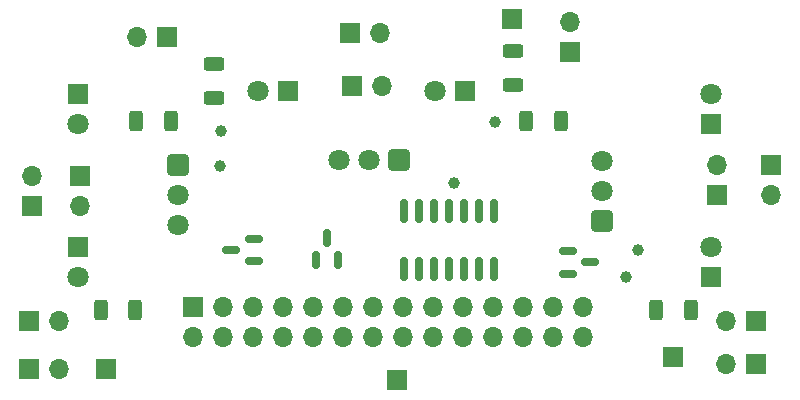
<source format=gbr>
%TF.GenerationSoftware,KiCad,Pcbnew,8.0.0*%
%TF.CreationDate,2024-03-23T03:09:38+02:00*%
%TF.ProjectId,sensor,73656e73-6f72-42e6-9b69-6361645f7063,rev?*%
%TF.SameCoordinates,Original*%
%TF.FileFunction,Soldermask,Top*%
%TF.FilePolarity,Negative*%
%FSLAX46Y46*%
G04 Gerber Fmt 4.6, Leading zero omitted, Abs format (unit mm)*
G04 Created by KiCad (PCBNEW 8.0.0) date 2024-03-23 03:09:38*
%MOMM*%
%LPD*%
G01*
G04 APERTURE LIST*
G04 Aperture macros list*
%AMRoundRect*
0 Rectangle with rounded corners*
0 $1 Rounding radius*
0 $2 $3 $4 $5 $6 $7 $8 $9 X,Y pos of 4 corners*
0 Add a 4 corners polygon primitive as box body*
4,1,4,$2,$3,$4,$5,$6,$7,$8,$9,$2,$3,0*
0 Add four circle primitives for the rounded corners*
1,1,$1+$1,$2,$3*
1,1,$1+$1,$4,$5*
1,1,$1+$1,$6,$7*
1,1,$1+$1,$8,$9*
0 Add four rect primitives between the rounded corners*
20,1,$1+$1,$2,$3,$4,$5,0*
20,1,$1+$1,$4,$5,$6,$7,0*
20,1,$1+$1,$6,$7,$8,$9,0*
20,1,$1+$1,$8,$9,$2,$3,0*%
G04 Aperture macros list end*
%ADD10R,1.700000X1.700000*%
%ADD11O,1.700000X1.700000*%
%ADD12R,1.800000X1.800000*%
%ADD13C,1.800000*%
%ADD14RoundRect,0.250200X-0.649800X0.649800X-0.649800X-0.649800X0.649800X-0.649800X0.649800X0.649800X0*%
%ADD15RoundRect,0.250200X0.649800X-0.649800X0.649800X0.649800X-0.649800X0.649800X-0.649800X-0.649800X0*%
%ADD16RoundRect,0.150000X0.150000X-0.587500X0.150000X0.587500X-0.150000X0.587500X-0.150000X-0.587500X0*%
%ADD17C,1.000000*%
%ADD18RoundRect,0.250000X0.312500X0.625000X-0.312500X0.625000X-0.312500X-0.625000X0.312500X-0.625000X0*%
%ADD19RoundRect,0.150000X-0.587500X-0.150000X0.587500X-0.150000X0.587500X0.150000X-0.587500X0.150000X0*%
%ADD20RoundRect,0.250000X0.625000X-0.312500X0.625000X0.312500X-0.625000X0.312500X-0.625000X-0.312500X0*%
%ADD21RoundRect,0.250200X0.649800X0.649800X-0.649800X0.649800X-0.649800X-0.649800X0.649800X-0.649800X0*%
%ADD22RoundRect,0.250000X-0.312500X-0.625000X0.312500X-0.625000X0.312500X0.625000X-0.312500X0.625000X0*%
%ADD23RoundRect,0.150000X0.587500X0.150000X-0.587500X0.150000X-0.587500X-0.150000X0.587500X-0.150000X0*%
%ADD24RoundRect,0.150000X0.150000X-0.825000X0.150000X0.825000X-0.150000X0.825000X-0.150000X-0.825000X0*%
G04 APERTURE END LIST*
D10*
%TO.C,J16*%
X148035000Y-126650000D03*
D11*
X145495000Y-126650000D03*
%TD*%
D12*
%TO.C,D5*%
X108375000Y-103460000D03*
D13*
X105835000Y-103460000D03*
%TD*%
D14*
%TO.C,U2*%
X99025000Y-109770000D03*
D13*
X99025000Y-112310000D03*
X99025000Y-114850000D03*
%TD*%
D10*
%TO.C,J14*%
X141000000Y-126000000D03*
%TD*%
%TO.C,J17*%
X132270000Y-100180000D03*
D11*
X132270000Y-97640000D03*
%TD*%
D15*
%TO.C,U3*%
X135000000Y-114540000D03*
D13*
X135000000Y-112000000D03*
X135000000Y-109460000D03*
%TD*%
D12*
%TO.C,D1*%
X90595000Y-116740000D03*
D13*
X90595000Y-119280000D03*
%TD*%
D16*
%TO.C,Q3*%
X110740000Y-117840000D03*
X112640000Y-117840000D03*
X111690000Y-115965000D03*
%TD*%
D10*
%TO.C,J11*%
X98145000Y-98910000D03*
D11*
X95605000Y-98910000D03*
%TD*%
D10*
%TO.C,J6*%
X93000000Y-127000000D03*
%TD*%
D12*
%TO.C,D3*%
X144175000Y-106250000D03*
D13*
X144175000Y-103710000D03*
%TD*%
D12*
%TO.C,D2*%
X90595000Y-103750000D03*
D13*
X90595000Y-106290000D03*
%TD*%
D17*
%TO.C,TP5*%
X138030000Y-116970000D03*
%TD*%
D10*
%TO.C,J10*%
X113600000Y-98595000D03*
D11*
X116140000Y-98595000D03*
%TD*%
D10*
%TO.C,J13*%
X113765000Y-103085000D03*
D11*
X116305000Y-103085000D03*
%TD*%
D10*
%TO.C,J3*%
X100310000Y-121820000D03*
D11*
X100310000Y-124360000D03*
X102850000Y-121820000D03*
X102850000Y-124360000D03*
X105390000Y-121820000D03*
X105390000Y-124360000D03*
X107930000Y-121820000D03*
X107930000Y-124360000D03*
X110470000Y-121820000D03*
X110470000Y-124360000D03*
X113010000Y-121820000D03*
X113010000Y-124360000D03*
X115550000Y-121820000D03*
X115550000Y-124360000D03*
X118090000Y-121820000D03*
X118090000Y-124360000D03*
X120630000Y-121820000D03*
X120630000Y-124360000D03*
X123170000Y-121820000D03*
X123170000Y-124360000D03*
X125710000Y-121820000D03*
X125710000Y-124360000D03*
X128250000Y-121820000D03*
X128250000Y-124360000D03*
X130790000Y-121820000D03*
X130790000Y-124360000D03*
X133330000Y-121820000D03*
X133330000Y-124360000D03*
%TD*%
D18*
%TO.C,R2*%
X98462500Y-106000000D03*
X95537500Y-106000000D03*
%TD*%
D19*
%TO.C,Q2*%
X132062500Y-117050000D03*
X132062500Y-118950000D03*
X133937500Y-118000000D03*
%TD*%
D20*
%TO.C,R4*%
X102125000Y-104097500D03*
X102125000Y-101172500D03*
%TD*%
D17*
%TO.C,TP6*%
X122420000Y-111320000D03*
%TD*%
%TO.C,TP1*%
X102720000Y-106880000D03*
%TD*%
D10*
%TO.C,J12*%
X144735000Y-112275000D03*
D11*
X144735000Y-109735000D03*
%TD*%
D18*
%TO.C,R3*%
X131462500Y-106000000D03*
X128537500Y-106000000D03*
%TD*%
D17*
%TO.C,TP2*%
X102610000Y-109840000D03*
%TD*%
D10*
%TO.C,J5*%
X90735000Y-110725000D03*
D11*
X90735000Y-113265000D03*
%TD*%
D12*
%TO.C,D6*%
X123375000Y-103460000D03*
D13*
X120835000Y-103460000D03*
%TD*%
D20*
%TO.C,R6*%
X127435000Y-103007500D03*
X127435000Y-100082500D03*
%TD*%
D10*
%TO.C,J2*%
X86460000Y-123000000D03*
D11*
X89000000Y-123000000D03*
%TD*%
D21*
%TO.C,U4*%
X117750000Y-109380000D03*
D13*
X115210000Y-109380000D03*
X112670000Y-109380000D03*
%TD*%
D22*
%TO.C,R5*%
X139537500Y-122000000D03*
X142462500Y-122000000D03*
%TD*%
D10*
%TO.C,J15*%
X127365000Y-97395000D03*
%TD*%
%TO.C,J8*%
X149275000Y-109725000D03*
D11*
X149275000Y-112265000D03*
%TD*%
D10*
%TO.C,J7*%
X86460000Y-127000000D03*
D11*
X89000000Y-127000000D03*
%TD*%
D23*
%TO.C,Q1*%
X105467500Y-117910000D03*
X105467500Y-116010000D03*
X103592500Y-116960000D03*
%TD*%
D10*
%TO.C,J1*%
X86735000Y-113275000D03*
D11*
X86735000Y-110735000D03*
%TD*%
D12*
%TO.C,D4*%
X144175000Y-119250000D03*
D13*
X144175000Y-116710000D03*
%TD*%
D17*
%TO.C,TP3*%
X137040000Y-119280000D03*
%TD*%
D18*
%TO.C,R1*%
X95462500Y-122000000D03*
X92537500Y-122000000D03*
%TD*%
D17*
%TO.C,TP4*%
X125930000Y-106130000D03*
%TD*%
D10*
%TO.C,J9*%
X148010000Y-123000000D03*
D11*
X145470000Y-123000000D03*
%TD*%
D24*
%TO.C,U1*%
X118190000Y-118595000D03*
X119460000Y-118595000D03*
X120730000Y-118595000D03*
X122000000Y-118595000D03*
X123270000Y-118595000D03*
X124540000Y-118595000D03*
X125810000Y-118595000D03*
X125810000Y-113645000D03*
X124540000Y-113645000D03*
X123270000Y-113645000D03*
X122000000Y-113645000D03*
X120730000Y-113645000D03*
X119460000Y-113645000D03*
X118190000Y-113645000D03*
%TD*%
D10*
%TO.C,J4*%
X117590000Y-128000000D03*
%TD*%
M02*

</source>
